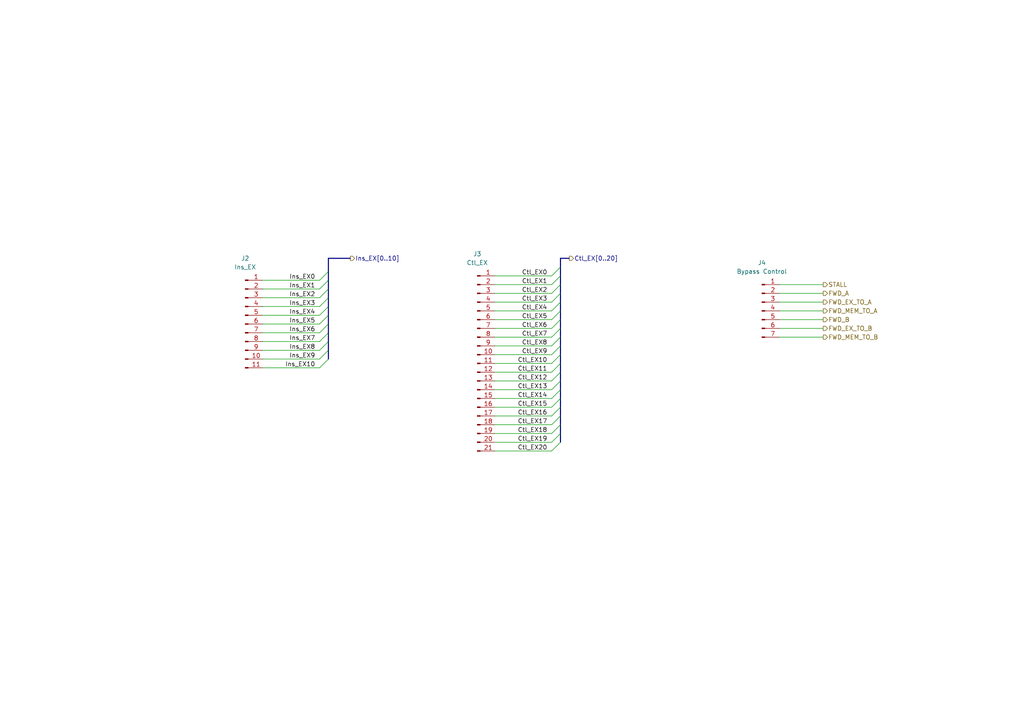
<source format=kicad_sch>
(kicad_sch (version 20250114) (generator "eeschema") (generator_version "9.0")
  (paper "A4")
  (title_block (date "2023-04-07") (rev "A"))
  (lib_symbols
    (symbol "Connector:Conn_01x07_Pin" (pin_names (offset 1.016) (hide yes))
      (property "Reference" "J" (at 0 10.16 0))
      (property "Value" "Conn_01x07_Pin" (at 0 -10.16 0))
      (symbol "Conn_01x07_Pin_1_1"
        (rectangle (start 0.8636 7.747) (end 0 7.493) (stroke (width 0.1524)) (fill (type outline)))
        (rectangle (start 0.8636 5.207) (end 0 4.953) (stroke (width 0.1524)) (fill (type outline)))
        (rectangle (start 0.8636 2.667) (end 0 2.413) (stroke (width 0.1524)) (fill (type outline)))
        (rectangle (start 0.8636 0.127) (end 0 -0.127) (stroke (width 0.1524)) (fill (type outline)))
        (rectangle (start 0.8636 -2.413) (end 0 -2.667) (stroke (width 0.1524)) (fill (type outline)))
        (rectangle (start 0.8636 -4.953) (end 0 -5.207) (stroke (width 0.1524)) (fill (type outline)))
        (rectangle (start 0.8636 -7.493) (end 0 -7.747) (stroke (width 0.1524)) (fill (type outline)))
        (polyline (pts (xy 1.27 7.62) (xy 0.8636 7.62)) (stroke (width 0.1524)))
        (polyline (pts (xy 1.27 5.08) (xy 0.8636 5.08)) (stroke (width 0.1524)))
        (polyline (pts (xy 1.27 2.54) (xy 0.8636 2.54)) (stroke (width 0.1524)))
        (polyline (pts (xy 1.27 0) (xy 0.8636 0)) (stroke (width 0.1524)))
        (polyline (pts (xy 1.27 -2.54) (xy 0.8636 -2.54)) (stroke (width 0.1524)))
        (polyline (pts (xy 1.27 -5.08) (xy 0.8636 -5.08)) (stroke (width 0.1524)))
        (polyline (pts (xy 1.27 -7.62) (xy 0.8636 -7.62)) (stroke (width 0.1524)))
        (pin passive line (at 5.08 7.62 180) (length 3.81) (name "Pin_1") (number "1"))
        (pin passive line (at 5.08 5.08 180) (length 3.81) (name "Pin_2") (number "2"))
        (pin passive line (at 5.08 2.54 180) (length 3.81) (name "Pin_3") (number "3"))
        (pin passive line (at 5.08 0 180) (length 3.81) (name "Pin_4") (number "4"))
        (pin passive line (at 5.08 -2.54 180) (length 3.81) (name "Pin_5") (number "5"))
        (pin passive line (at 5.08 -5.08 180) (length 3.81) (name "Pin_6") (number "6"))
        (pin passive line (at 5.08 -7.62 180) (length 3.81) (name "Pin_7") (number "7"))
      )
    )
    (symbol "Connector:Conn_01x11_Pin" (pin_names (offset 1.016) (hide yes))
      (property "Reference" "J" (at 0 15.24 0))
      (property "Value" "Conn_01x11_Pin" (at 0 -15.24 0))
      (symbol "Conn_01x11_Pin_1_1"
        (rectangle (start 0.8636 12.827) (end 0 12.573) (stroke (width 0.1524)) (fill (type outline)))
        (rectangle (start 0.8636 10.287) (end 0 10.033) (stroke (width 0.1524)) (fill (type outline)))
        (rectangle (start 0.8636 7.747) (end 0 7.493) (stroke (width 0.1524)) (fill (type outline)))
        (rectangle (start 0.8636 5.207) (end 0 4.953) (stroke (width 0.1524)) (fill (type outline)))
        (rectangle (start 0.8636 2.667) (end 0 2.413) (stroke (width 0.1524)) (fill (type outline)))
        (rectangle (start 0.8636 0.127) (end 0 -0.127) (stroke (width 0.1524)) (fill (type outline)))
        (rectangle (start 0.8636 -2.413) (end 0 -2.667) (stroke (width 0.1524)) (fill (type outline)))
        (rectangle (start 0.8636 -4.953) (end 0 -5.207) (stroke (width 0.1524)) (fill (type outline)))
        (rectangle (start 0.8636 -7.493) (end 0 -7.747) (stroke (width 0.1524)) (fill (type outline)))
        (rectangle (start 0.8636 -10.033) (end 0 -10.287) (stroke (width 0.1524)) (fill (type outline)))
        (rectangle (start 0.8636 -12.573) (end 0 -12.827) (stroke (width 0.1524)) (fill (type outline)))
        (polyline (pts (xy 1.27 12.7) (xy 0.8636 12.7)) (stroke (width 0.1524)))
        (polyline (pts (xy 1.27 10.16) (xy 0.8636 10.16)) (stroke (width 0.1524)))
        (polyline (pts (xy 1.27 7.62) (xy 0.8636 7.62)) (stroke (width 0.1524)))
        (polyline (pts (xy 1.27 5.08) (xy 0.8636 5.08)) (stroke (width 0.1524)))
        (polyline (pts (xy 1.27 2.54) (xy 0.8636 2.54)) (stroke (width 0.1524)))
        (polyline (pts (xy 1.27 0) (xy 0.8636 0)) (stroke (width 0.1524)))
        (polyline (pts (xy 1.27 -2.54) (xy 0.8636 -2.54)) (stroke (width 0.1524)))
        (polyline (pts (xy 1.27 -5.08) (xy 0.8636 -5.08)) (stroke (width 0.1524)))
        (polyline (pts (xy 1.27 -7.62) (xy 0.8636 -7.62)) (stroke (width 0.1524)))
        (polyline (pts (xy 1.27 -10.16) (xy 0.8636 -10.16)) (stroke (width 0.1524)))
        (polyline (pts (xy 1.27 -12.7) (xy 0.8636 -12.7)) (stroke (width 0.1524)))
        (pin passive line (at 5.08 12.7 180) (length 3.81) (name "Pin_1") (number "1"))
        (pin passive line (at 5.08 10.16 180) (length 3.81) (name "Pin_2") (number "2"))
        (pin passive line (at 5.08 7.62 180) (length 3.81) (name "Pin_3") (number "3"))
        (pin passive line (at 5.08 5.08 180) (length 3.81) (name "Pin_4") (number "4"))
        (pin passive line (at 5.08 2.54 180) (length 3.81) (name "Pin_5") (number "5"))
        (pin passive line (at 5.08 0 180) (length 3.81) (name "Pin_6") (number "6"))
        (pin passive line (at 5.08 -2.54 180) (length 3.81) (name "Pin_7") (number "7"))
        (pin passive line (at 5.08 -5.08 180) (length 3.81) (name "Pin_8") (number "8"))
        (pin passive line (at 5.08 -7.62 180) (length 3.81) (name "Pin_9") (number "9"))
        (pin passive line (at 5.08 -10.16 180) (length 3.81) (name "Pin_10") (number "10"))
        (pin passive line (at 5.08 -12.7 180) (length 3.81) (name "Pin_11") (number "11"))
      )
    )
    (symbol "Connector:Conn_01x21_Pin" (pin_names (offset 1.016) (hide yes))
      (property "Reference" "J" (at 0 27.94 0))
      (property "Value" "Conn_01x21_Pin" (at 0 -27.94 0))
      (symbol "Conn_01x21_Pin_1_1"
        (rectangle (start 0.8636 25.527) (end 0 25.273) (stroke (width 0.1524)) (fill (type outline)))
        (rectangle (start 0.8636 22.987) (end 0 22.733) (stroke (width 0.1524)) (fill (type outline)))
        (rectangle (start 0.8636 20.447) (end 0 20.193) (stroke (width 0.1524)) (fill (type outline)))
        (rectangle (start 0.8636 17.907) (end 0 17.653) (stroke (width 0.1524)) (fill (type outline)))
        (rectangle (start 0.8636 15.367) (end 0 15.113) (stroke (width 0.1524)) (fill (type outline)))
        (rectangle (start 0.8636 12.827) (end 0 12.573) (stroke (width 0.1524)) (fill (type outline)))
        (rectangle (start 0.8636 10.287) (end 0 10.033) (stroke (width 0.1524)) (fill (type outline)))
        (rectangle (start 0.8636 7.747) (end 0 7.493) (stroke (width 0.1524)) (fill (type outline)))
        (rectangle (start 0.8636 5.207) (end 0 4.953) (stroke (width 0.1524)) (fill (type outline)))
        (rectangle (start 0.8636 2.667) (end 0 2.413) (stroke (width 0.1524)) (fill (type outline)))
        (rectangle (start 0.8636 0.127) (end 0 -0.127) (stroke (width 0.1524)) (fill (type outline)))
        (rectangle (start 0.8636 -2.413) (end 0 -2.667) (stroke (width 0.1524)) (fill (type outline)))
        (rectangle (start 0.8636 -4.953) (end 0 -5.207) (stroke (width 0.1524)) (fill (type outline)))
        (rectangle (start 0.8636 -7.493) (end 0 -7.747) (stroke (width 0.1524)) (fill (type outline)))
        (rectangle (start 0.8636 -10.033) (end 0 -10.287) (stroke (width 0.1524)) (fill (type outline)))
        (rectangle (start 0.8636 -12.573) (end 0 -12.827) (stroke (width 0.1524)) (fill (type outline)))
        (rectangle (start 0.8636 -15.113) (end 0 -15.367) (stroke (width 0.1524)) (fill (type outline)))
        (rectangle (start 0.8636 -17.653) (end 0 -17.907) (stroke (width 0.1524)) (fill (type outline)))
        (rectangle (start 0.8636 -20.193) (end 0 -20.447) (stroke (width 0.1524)) (fill (type outline)))
        (rectangle (start 0.8636 -22.733) (end 0 -22.987) (stroke (width 0.1524)) (fill (type outline)))
        (rectangle (start 0.8636 -25.273) (end 0 -25.527) (stroke (width 0.1524)) (fill (type outline)))
        (polyline (pts (xy 1.27 25.4) (xy 0.8636 25.4)) (stroke (width 0.1524)))
        (polyline (pts (xy 1.27 22.86) (xy 0.8636 22.86)) (stroke (width 0.1524)))
        (polyline (pts (xy 1.27 20.32) (xy 0.8636 20.32)) (stroke (width 0.1524)))
        (polyline (pts (xy 1.27 17.78) (xy 0.8636 17.78)) (stroke (width 0.1524)))
        (polyline (pts (xy 1.27 15.24) (xy 0.8636 15.24)) (stroke (width 0.1524)))
        (polyline (pts (xy 1.27 12.7) (xy 0.8636 12.7)) (stroke (width 0.1524)))
        (polyline (pts (xy 1.27 10.16) (xy 0.8636 10.16)) (stroke (width 0.1524)))
        (polyline (pts (xy 1.27 7.62) (xy 0.8636 7.62)) (stroke (width 0.1524)))
        (polyline (pts (xy 1.27 5.08) (xy 0.8636 5.08)) (stroke (width 0.1524)))
        (polyline (pts (xy 1.27 2.54) (xy 0.8636 2.54)) (stroke (width 0.1524)))
        (polyline (pts (xy 1.27 0) (xy 0.8636 0)) (stroke (width 0.1524)))
        (polyline (pts (xy 1.27 -2.54) (xy 0.8636 -2.54)) (stroke (width 0.1524)))
        (polyline (pts (xy 1.27 -5.08) (xy 0.8636 -5.08)) (stroke (width 0.1524)))
        (polyline (pts (xy 1.27 -7.62) (xy 0.8636 -7.62)) (stroke (width 0.1524)))
        (polyline (pts (xy 1.27 -10.16) (xy 0.8636 -10.16)) (stroke (width 0.1524)))
        (polyline (pts (xy 1.27 -12.7) (xy 0.8636 -12.7)) (stroke (width 0.1524)))
        (polyline (pts (xy 1.27 -15.24) (xy 0.8636 -15.24)) (stroke (width 0.1524)))
        (polyline (pts (xy 1.27 -17.78) (xy 0.8636 -17.78)) (stroke (width 0.1524)))
        (polyline (pts (xy 1.27 -20.32) (xy 0.8636 -20.32)) (stroke (width 0.1524)))
        (polyline (pts (xy 1.27 -22.86) (xy 0.8636 -22.86)) (stroke (width 0.1524)))
        (polyline (pts (xy 1.27 -25.4) (xy 0.8636 -25.4)) (stroke (width 0.1524)))
        (pin passive line (at 5.08 25.4 180) (length 3.81) (name "Pin_1") (number "1"))
        (pin passive line (at 5.08 22.86 180) (length 3.81) (name "Pin_2") (number "2"))
        (pin passive line (at 5.08 20.32 180) (length 3.81) (name "Pin_3") (number "3"))
        (pin passive line (at 5.08 17.78 180) (length 3.81) (name "Pin_4") (number "4"))
        (pin passive line (at 5.08 15.24 180) (length 3.81) (name "Pin_5") (number "5"))
        (pin passive line (at 5.08 12.7 180) (length 3.81) (name "Pin_6") (number "6"))
        (pin passive line (at 5.08 10.16 180) (length 3.81) (name "Pin_7") (number "7"))
        (pin passive line (at 5.08 7.62 180) (length 3.81) (name "Pin_8") (number "8"))
        (pin passive line (at 5.08 5.08 180) (length 3.81) (name "Pin_9") (number "9"))
        (pin passive line (at 5.08 2.54 180) (length 3.81) (name "Pin_10") (number "10"))
        (pin passive line (at 5.08 0 180) (length 3.81) (name "Pin_11") (number "11"))
        (pin passive line (at 5.08 -2.54 180) (length 3.81) (name "Pin_12") (number "12"))
        (pin passive line (at 5.08 -5.08 180) (length 3.81) (name "Pin_13") (number "13"))
        (pin passive line (at 5.08 -7.62 180) (length 3.81) (name "Pin_14") (number "14"))
        (pin passive line (at 5.08 -10.16 180) (length 3.81) (name "Pin_15") (number "15"))
        (pin passive line (at 5.08 -12.7 180) (length 3.81) (name "Pin_16") (number "16"))
        (pin passive line (at 5.08 -15.24 180) (length 3.81) (name "Pin_17") (number "17"))
        (pin passive line (at 5.08 -17.78 180) (length 3.81) (name "Pin_18") (number "18"))
        (pin passive line (at 5.08 -20.32 180) (length 3.81) (name "Pin_19") (number "19"))
        (pin passive line (at 5.08 -22.86 180) (length 3.81) (name "Pin_20") (number "20"))
        (pin passive line (at 5.08 -25.4 180) (length 3.81) (name "Pin_21") (number "21"))
      )
    )
  )
  (bus_entry (at 162.56 80.01) (size -2.54 2.54))
  (bus_entry (at 162.56 77.47) (size -2.54 2.54))
  (bus_entry (at 162.56 125.73) (size -2.54 2.54))
  (bus_entry (at 162.56 97.79) (size -2.54 2.54))
  (bus_entry (at 162.56 102.87) (size -2.54 2.54))
  (bus_entry (at 162.56 92.71) (size -2.54 2.54))
  (bus_entry (at 95.25 101.6) (size -2.54 2.54))
  (bus_entry (at 162.56 113.03) (size -2.54 2.54))
  (bus_entry (at 162.56 128.27) (size -2.54 2.54))
  (bus_entry (at 162.56 95.25) (size -2.54 2.54))
  (bus_entry (at 95.25 78.74) (size -2.54 2.54))
  (bus_entry (at 162.56 107.95) (size -2.54 2.54))
  (bus_entry (at 162.56 100.33) (size -2.54 2.54))
  (bus_entry (at 162.56 90.17) (size -2.54 2.54))
  (bus_entry (at 95.25 81.28) (size -2.54 2.54))
  (bus_entry (at 95.25 96.52) (size -2.54 2.54))
  (bus_entry (at 95.25 83.82) (size -2.54 2.54))
  (bus_entry (at 162.56 105.41) (size -2.54 2.54))
  (bus_entry (at 95.25 88.9) (size -2.54 2.54))
  (bus_entry (at 95.25 93.98) (size -2.54 2.54))
  (bus_entry (at 95.25 99.06) (size -2.54 2.54))
  (bus_entry (at 162.56 82.55) (size -2.54 2.54))
  (bus_entry (at 162.56 115.57) (size -2.54 2.54))
  (bus_entry (at 162.56 120.65) (size -2.54 2.54))
  (bus_entry (at 162.56 110.49) (size -2.54 2.54))
  (bus_entry (at 95.25 104.14) (size -2.54 2.54))
  (bus_entry (at 162.56 85.09) (size -2.54 2.54))
  (bus_entry (at 95.25 86.36) (size -2.54 2.54))
  (bus_entry (at 162.56 118.11) (size -2.54 2.54))
  (bus_entry (at 95.25 91.44) (size -2.54 2.54))
  (bus_entry (at 162.56 87.63) (size -2.54 2.54))
  (bus_entry (at 162.56 123.19) (size -2.54 2.54))
  (bus (pts (xy 95.25 91.44) (xy 95.25 93.98)))
  (bus (pts (xy 162.56 120.65) (xy 162.56 123.19)))
  (wire (pts (xy 160.02 85.09) (xy 143.51 85.09)))
  (bus (pts (xy 162.56 82.55) (xy 162.56 85.09)))
  (bus (pts (xy 95.25 74.93) (xy 95.25 78.74)))
  (bus (pts (xy 162.56 115.57) (xy 162.56 118.11)))
  (wire (pts (xy 160.02 128.27) (xy 143.51 128.27)))
  (bus (pts (xy 162.56 87.63) (xy 162.56 90.17)))
  (bus (pts (xy 162.56 97.79) (xy 162.56 100.33)))
  (bus (pts (xy 95.25 83.82) (xy 95.25 86.36)))
  (wire (pts (xy 160.02 110.49) (xy 143.51 110.49)))
  (wire (pts (xy 160.02 125.73) (xy 143.51 125.73)))
  (bus (pts (xy 95.25 78.74) (xy 95.25 81.28)))
  (wire (pts (xy 92.71 83.82) (xy 76.2 83.82)))
  (bus (pts (xy 162.56 123.19) (xy 162.56 125.73)))
  (wire (pts (xy 238.76 85.09) (xy 226.06 85.09)))
  (wire (pts (xy 238.76 97.79) (xy 226.06 97.79)))
  (bus (pts (xy 162.56 92.71) (xy 162.56 95.25)))
  (wire (pts (xy 92.71 96.52) (xy 76.2 96.52)))
  (wire (pts (xy 160.02 102.87) (xy 143.51 102.87)))
  (wire (pts (xy 160.02 100.33) (xy 143.51 100.33)))
  (wire (pts (xy 160.02 120.65) (xy 143.51 120.65)))
  (wire (pts (xy 160.02 107.95) (xy 143.51 107.95)))
  (bus (pts (xy 101.6 74.93) (xy 95.25 74.93)))
  (wire (pts (xy 92.71 88.9) (xy 76.2 88.9)))
  (bus (pts (xy 95.25 86.36) (xy 95.25 88.9)))
  (wire (pts (xy 160.02 113.03) (xy 143.51 113.03)))
  (wire (pts (xy 160.02 80.01) (xy 143.51 80.01)))
  (wire (pts (xy 92.71 99.06) (xy 76.2 99.06)))
  (bus (pts (xy 162.56 118.11) (xy 162.56 120.65)))
  (bus (pts (xy 95.25 93.98) (xy 95.25 96.52)))
  (bus (pts (xy 162.56 80.01) (xy 162.56 82.55)))
  (wire (pts (xy 238.76 90.17) (xy 226.06 90.17)))
  (bus (pts (xy 162.56 107.95) (xy 162.56 110.49)))
  (bus (pts (xy 162.56 125.73) (xy 162.56 128.27)))
  (bus (pts (xy 95.25 101.6) (xy 95.25 104.14)))
  (bus (pts (xy 162.56 100.33) (xy 162.56 102.87)))
  (wire (pts (xy 92.71 93.98) (xy 76.2 93.98)))
  (bus (pts (xy 95.25 96.52) (xy 95.25 99.06)))
  (bus (pts (xy 162.56 105.41) (xy 162.56 107.95)))
  (wire (pts (xy 92.71 91.44) (xy 76.2 91.44)))
  (wire (pts (xy 160.02 87.63) (xy 143.51 87.63)))
  (wire (pts (xy 160.02 123.19) (xy 143.51 123.19)))
  (wire (pts (xy 160.02 92.71) (xy 143.51 92.71)))
  (wire (pts (xy 92.71 86.36) (xy 76.2 86.36)))
  (wire (pts (xy 160.02 105.41) (xy 143.51 105.41)))
  (wire (pts (xy 92.71 104.14) (xy 76.2 104.14)))
  (bus (pts (xy 165.1 74.93) (xy 162.56 74.93)))
  (bus (pts (xy 162.56 90.17) (xy 162.56 92.71)))
  (wire (pts (xy 92.71 106.68) (xy 76.2 106.68)))
  (wire (pts (xy 160.02 90.17) (xy 143.51 90.17)))
  (bus (pts (xy 162.56 95.25) (xy 162.56 97.79)))
  (wire (pts (xy 160.02 115.57) (xy 143.51 115.57)))
  (wire (pts (xy 238.76 95.25) (xy 226.06 95.25)))
  (wire (pts (xy 160.02 97.79) (xy 143.51 97.79)))
  (wire (pts (xy 160.02 82.55) (xy 143.51 82.55)))
  (wire (pts (xy 160.02 95.25) (xy 143.51 95.25)))
  (wire (pts (xy 160.02 118.11) (xy 143.51 118.11)))
  (bus (pts (xy 162.56 102.87) (xy 162.56 105.41)))
  (wire (pts (xy 92.71 101.6) (xy 76.2 101.6)))
  (wire (pts (xy 238.76 92.71) (xy 226.06 92.71)))
  (bus (pts (xy 95.25 81.28) (xy 95.25 83.82)))
  (wire (pts (xy 238.76 82.55) (xy 226.06 82.55)))
  (bus (pts (xy 95.25 99.06) (xy 95.25 101.6)))
  (wire (pts (xy 160.02 130.81) (xy 143.51 130.81)))
  (bus (pts (xy 95.25 88.9) (xy 95.25 91.44)))
  (bus (pts (xy 162.56 110.49) (xy 162.56 113.03)))
  (bus (pts (xy 162.56 113.03) (xy 162.56 115.57)))
  (bus (pts (xy 162.56 74.93) (xy 162.56 77.47)))
  (bus (pts (xy 162.56 77.47) (xy 162.56 80.01)))
  (bus (pts (xy 162.56 85.09) (xy 162.56 87.63)))
  (wire (pts (xy 92.71 81.28) (xy 76.2 81.28)))
  (wire (pts (xy 238.76 87.63) (xy 226.06 87.63)))
  (label "Ctl_EX7" (at 158.75 97.79 180))
  (label "Ctl_EX3" (at 158.75 87.63 180))
  (label "Ins_EX10" (at 91.44 106.68 180))
  (label "Ctl_EX10" (at 158.75 105.41 180))
  (label "Ins_EX9" (at 91.44 104.14 180))
  (label "Ctl_EX15" (at 158.75 118.11 180))
  (label "Ctl_EX20" (at 158.75 130.81 180))
  (label "Ins_EX3" (at 91.44 88.9 180))
  (label "Ins_EX6" (at 91.44 96.52 180))
  (label "Ctl_EX17" (at 158.75 123.19 180))
  (label "Ins_EX2" (at 91.44 86.36 180))
  (label "Ctl_EX13" (at 158.75 113.03 180))
  (label "Ctl_EX19" (at 158.75 128.27 180))
  (label "Ins_EX0" (at 91.44 81.28 180))
  (label "Ctl_EX4" (at 158.75 90.17 180))
  (label "Ctl_EX5" (at 158.75 92.71 180))
  (label "Ctl_EX9" (at 158.75 102.87 180))
  (label "Ctl_EX6" (at 158.75 95.25 180))
  (label "Ctl_EX11" (at 158.75 107.95 180))
  (label "Ctl_EX2" (at 158.75 85.09 180))
  (label "Ins_EX4" (at 91.44 91.44 180))
  (label "Ins_EX1" (at 91.44 83.82 180))
  (label "Ctl_EX18" (at 158.75 125.73 180))
  (label "Ctl_EX0" (at 158.75 80.01 180))
  (label "Ctl_EX16" (at 158.75 120.65 180))
  (label "Ctl_EX12" (at 158.75 110.49 180))
  (label "Ctl_EX14" (at 158.75 115.57 180))
  (label "Ctl_EX1" (at 158.75 82.55 180))
  (label "Ins_EX7" (at 91.44 99.06 180))
  (label "Ins_EX5" (at 91.44 93.98 180))
  (label "Ins_EX8" (at 91.44 101.6 180))
  (label "Ctl_EX8" (at 158.75 100.33 180))
  (hierarchical_label "Ins_EX[0..10]" (shape output) (at 101.6 74.93 0))
  (hierarchical_label "FWD_MEM_TO_A" (shape output) (at 238.76 90.17 0))
  (hierarchical_label "STALL" (shape output) (at 238.76 82.55 0))
  (hierarchical_label "FWD_EX_TO_B" (shape output) (at 238.76 95.25 0))
  (hierarchical_label "Ctl_EX[0..20]" (shape output) (at 165.1 74.93 0))
  (hierarchical_label "FWD_A" (shape output) (at 238.76 85.09 0))
  (hierarchical_label "FWD_EX_TO_A" (shape output) (at 238.76 87.63 0))
  (hierarchical_label "FWD_MEM_TO_B" (shape output) (at 238.76 97.79 0))
  (hierarchical_label "FWD_B" (shape output) (at 238.76 92.71 0))
  (symbol (lib_id "Connector:Conn_01x11_Pin") (at 71.12 93.98 0) (unit 1)
    (property "Reference" "J2" (at 71.12 74.93 0))
    (property "Value" "Ins_EX" (at 71.12 77.47 0))
    (property "Footprint" "Connector_PinHeader_2.54mm:PinHeader_1x11_P2.54mm_Vertical" (effects (hide yes)))
  )
  (symbol (lib_id "Connector:Conn_01x07_Pin") (at 220.98 90.17 0) (unit 1)
    (property "Reference" "J4" (at 220.98 76.2 0))
    (property "Value" "Bypass Control" (at 220.98 78.74 0))
    (property "Footprint" "Connector_PinHeader_2.54mm:PinHeader_1x07_P2.54mm_Vertical" (effects (hide yes)))
  )
  (symbol (lib_id "Connector:Conn_01x21_Pin") (at 138.43 105.41 0) (unit 1)
    (property "Reference" "J3" (at 138.43 73.66 0))
    (property "Value" "Ctl_EX" (at 138.43 76.2 0))
    (property "Footprint" "Connector_PinHeader_2.54mm:PinHeader_1x21_P2.54mm_Vertical" (effects (hide yes)))
  )
)
</source>
